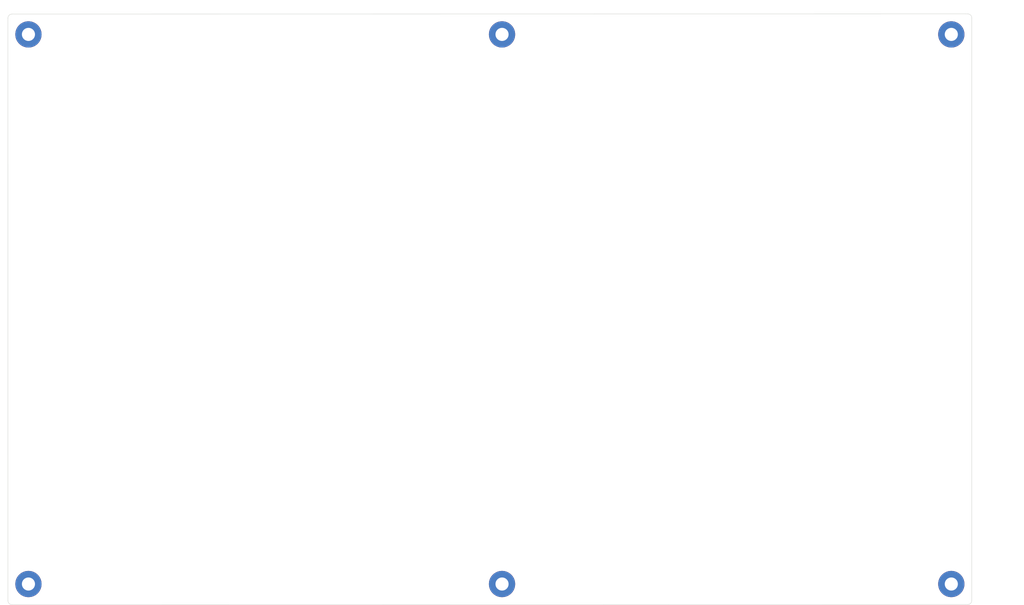
<source format=kicad_pcb>
(kicad_pcb (version 20241229) (generator "pcbnew") (generator_version "9.0")
  (title_block (title "Turtle16: Main Board") (date "2025-07-13") (rev "A") (comment 4 "Processor board of the Turtle16 sixteen-bit microcomputer"))
  (layers (0 "F.Cu" signal) (2 "B.Cu" signal) (13 "F.Paste" user) (15 "B.Paste" user) (5 "F.SilkS" user "F.Silkscreen") (7 "B.SilkS" user "B.Silkscreen") (1 "F.Mask" user) (3 "B.Mask" user) (25 "Edge.Cuts" user))
  (net 0 "")
  (net 1 "GND")
  (footprint "MountingHole:MountingHole_3.2mm_M3_Pad" (layer "F.Cu") (at 141.4645 25.4)
    (property "Reference" "H5" (hide yes))
    (property "Value" "MountingHole_Pad")
    (pad "1" thru_hole circle (at 0 0) (size 6.4 6.4) (drill 3.2) (layers "*.Cu" "*.Mask") (net 1 "GND"))
  )
  (footprint "MountingHole:MountingHole_3.2mm_M3_Pad" (layer "F.Cu") (at 26 25.4)
    (property "Reference" "H1" (hide yes))
    (property "Value" "MountingHole_Pad")
    (pad "1" thru_hole circle (at 0 0) (size 6.4 6.4) (drill 3.2) (layers "*.Cu" "*.Mask") (net 1 "GND"))
  )
  (footprint "MountingHole:MountingHole_3.2mm_M3_Pad" (layer "F.Cu") (at 251 25.4)
    (property "Reference" "H4" (hide yes))
    (property "Value" "MountingHole")
    (pad "1" thru_hole circle (at 0 0) (size 6.4 6.4) (drill 3.2) (layers "*.Cu" "*.Mask") (net 1 "GND"))
  )
  (footprint "MountingHole:MountingHole_6.4mm_M6" (layer "F.Cu") (at 223.5 92.4)
    (property "Reference" "REF**" (hide yes))
    (property "Value" "MountingHole_6.4mm_M6")
    (pad "" np_thru_hole circle (at 0 0) (size 6.4 6.4) (drill 6.4) (layers "*.Cu" "*.Mask"))
  )
  (footprint "MountingHole:MountingHole_3.2mm_M3_Pad" (layer "F.Cu") (at 141.4645 159.4)
    (property "Reference" "H6" (hide yes))
    (property "Value" "MountingHole_Pad")
    (pad "1" thru_hole circle (at 0 0) (size 6.4 6.4) (drill 3.2) (layers "*.Cu" "*.Mask") (net 1 "GND"))
  )
  (footprint "MountingHole:MountingHole_3.2mm_M3_Pad" (layer "F.Cu") (at 26 159.4)
    (property "Reference" "H3" (hide yes))
    (property "Value" "MountingHole_Pad")
    (pad "1" thru_hole circle (at 0 0) (size 6.4 6.4) (drill 3.2) (layers "*.Cu" "*.Mask") (net 1 "GND"))
  )
  (footprint "MountingHole:MountingHole_6.4mm_M6" (layer "F.Cu") (at 168.5 92.4)
    (property "Reference" "REF**" (hide yes))
    (property "Value" "MountingHole_6.4mm_M6")
    (pad "" np_thru_hole circle (at 0 0) (size 6.4 6.4) (drill 6.4) (layers "*.Cu" "*.Mask"))
  )
  (footprint "MountingHole:MountingHole_3.2mm_M3_Pad" (layer "F.Cu") (at 251 159.4)
    (property "Reference" "H2" (hide yes))
    (property "Value" "MountingHole_Pad")
    (pad "1" thru_hole circle (at 0 0) (size 6.4 6.4) (drill 3.2) (layers "*.Cu" "*.Mask") (net 1 "GND"))
  )
  (gr_arc (start 20.998367 21.433744) (mid 21.291767 20.72772) (end 21.998212 20.43538) (stroke (width 0.1)) (layer "Edge.Cuts"))
  (gr_line (start 256 21.400155) (end 256 163.400154) (stroke (width 0.1)) (layer "Edge.Cuts"))
  (gr_line (start 21.998212 20.43538) (end 255 20.400155) (stroke (width 0.1)) (layer "Edge.Cuts"))
  (gr_arc (start 22.000191 164.435379) (mid 21.292406 164.141962) (end 21.000039 163.433743) (stroke (width 0.1)) (layer "Edge.Cuts"))
  (gr_line (start 21.000039 163.433743) (end 20.998367 21.433744) (stroke (width 0.1)) (layer "Edge.Cuts"))
  (gr_arc (start 255 20.400155) (mid 255.707158 20.693026) (end 256.000154 21.400155) (stroke (width 0.1)) (layer "Edge.Cuts"))
  (gr_arc (start 255.999999 163.400154) (mid 255.707141 164.107171) (end 255.000154 164.400099) (stroke (width 0.1)) (layer "Edge.Cuts"))
  (gr_line (start 22.000191 164.435379) (end 255.000154 164.400099) (stroke (width 0.1)) (layer "Edge.Cuts"))
)
</source>
